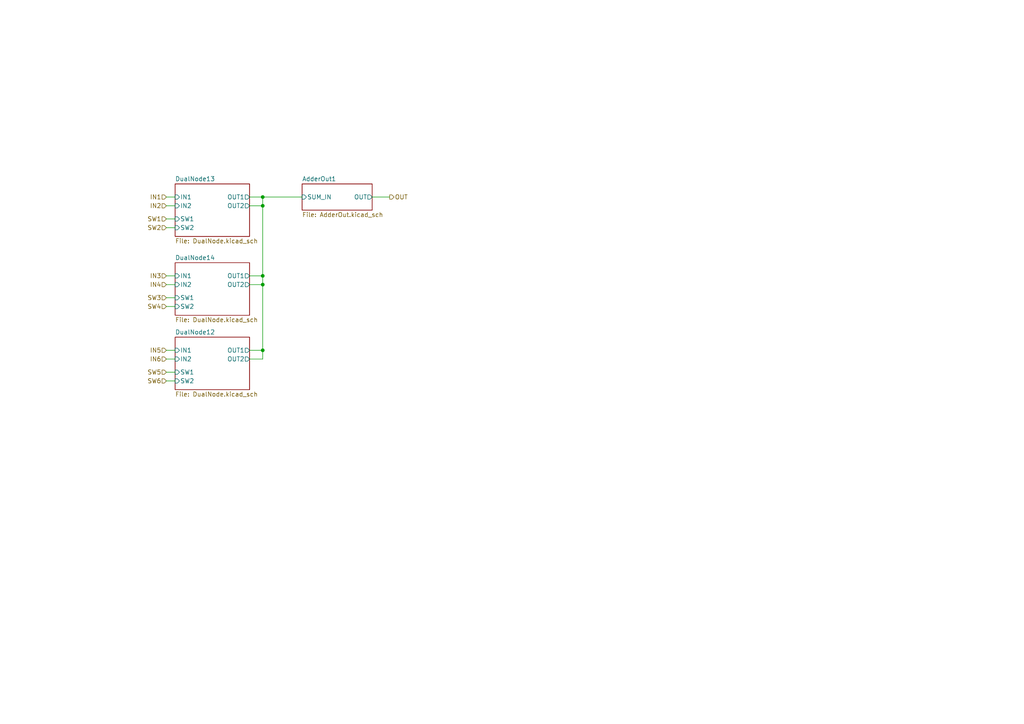
<source format=kicad_sch>
(kicad_sch (version 20221004) (generator eeschema)
  (paper "A4")
  (lib_symbols)
  (junction (at 76.2 101.6))
  (junction (at 76.2 59.69))
  (junction (at 76.2 80.01))
  (junction (at 76.2 82.55))
  (junction (at 76.2 57.15))
  (wire (pts (xy 76.2 59.69) (xy 76.2 57.15)))
  (wire (pts (xy 48.26 82.55) (xy 50.8 82.55)))
  (wire (pts (xy 48.26 63.5) (xy 50.8 63.5)))
  (wire (pts (xy 48.26 57.15) (xy 50.8 57.15)))
  (wire (pts (xy 48.26 59.69) (xy 50.8 59.69)))
  (wire (pts (xy 48.26 110.49) (xy 50.8 110.49)))
  (wire (pts (xy 48.26 101.6) (xy 50.8 101.6)))
  (wire (pts (xy 76.2 80.01) (xy 76.2 59.69)))
  (wire (pts (xy 76.2 101.6) (xy 76.2 82.55)))
  (wire (pts (xy 48.26 86.36) (xy 50.8 86.36)))
  (wire (pts (xy 72.39 104.14) (xy 76.2 104.14)))
  (wire (pts (xy 76.2 82.55) (xy 76.2 80.01)))
  (wire (pts (xy 48.26 80.01) (xy 50.8 80.01)))
  (wire (pts (xy 72.39 101.6) (xy 76.2 101.6)))
  (wire (pts (xy 76.2 57.15) (xy 87.63 57.15)))
  (wire (pts (xy 76.2 104.14) (xy 76.2 101.6)))
  (wire (pts (xy 72.39 57.15) (xy 76.2 57.15)))
  (wire (pts (xy 72.39 59.69) (xy 76.2 59.69)))
  (wire (pts (xy 107.95 57.15) (xy 113.03 57.15)))
  (wire (pts (xy 48.26 66.04) (xy 50.8 66.04)))
  (wire (pts (xy 48.26 88.9) (xy 50.8 88.9)))
  (wire (pts (xy 72.39 82.55) (xy 76.2 82.55)))
  (wire (pts (xy 72.39 80.01) (xy 76.2 80.01)))
  (wire (pts (xy 48.26 104.14) (xy 50.8 104.14)))
  (wire (pts (xy 48.26 107.95) (xy 50.8 107.95)))
  (hierarchical_label "SW1" (shape input) (at 48.26 63.5 180))
  (hierarchical_label "OUT" (shape output) (at 113.03 57.15 0))
  (hierarchical_label "SW2" (shape input) (at 48.26 66.04 180))
  (hierarchical_label "SW5" (shape input) (at 48.26 107.95 180))
  (hierarchical_label "IN1" (shape input) (at 48.26 57.15 180))
  (hierarchical_label "SW3" (shape input) (at 48.26 86.36 180))
  (hierarchical_label "IN3" (shape input) (at 48.26 80.01 180))
  (hierarchical_label "IN5" (shape input) (at 48.26 101.6 180))
  (hierarchical_label "IN2" (shape input) (at 48.26 59.69 180))
  (hierarchical_label "SW4" (shape input) (at 48.26 88.9 180))
  (hierarchical_label "SW6" (shape input) (at 48.26 110.49 180))
  (hierarchical_label "IN4" (shape input) (at 48.26 82.55 180))
  (hierarchical_label "IN6" (shape input) (at 48.26 104.14 180))
  (sheet (at 50.8 76.2) (size 21.59 15.24) (stroke (width 0.1524))
    (property "Sheetname" "DualNode14" (at 50.8 75.4884 0) (effects (justify left bottom)))
    (property "Sheetfile" "DualNode.kicad_sch" (at 50.8 92.0246 0) (effects (justify left top)))
    (pin "OUT1" output (at 72.39 80.01 0))
    (pin "OUT2" output (at 72.39 82.55 0))
    (pin "IN1" input (at 50.8 80.01 180))
    (pin "SW1" input (at 50.8 86.36 180))
    (pin "SW2" input (at 50.8 88.9 180))
    (pin "IN2" input (at 50.8 82.55 180))
  )
  (sheet (at 87.63 53.34) (size 20.32 7.62) (stroke (width 0.1524))
    (property "Sheetname" "AdderOut1" (at 87.63 52.6284 0) (effects (justify left bottom)))
    (property "Sheetfile" "AdderOut.kicad_sch" (at 87.63 61.5446 0) (effects (justify left top)))
    (pin "SUM_IN" input (at 87.63 57.15 180))
    (pin "OUT" output (at 107.95 57.15 0))
  )
  (sheet (at 50.8 53.34) (size 21.59 15.24) (stroke (width 0.1524))
    (property "Sheetname" "DualNode13" (at 50.8 52.6284 0) (effects (justify left bottom)))
    (property "Sheetfile" "DualNode.kicad_sch" (at 50.8 69.1646 0) (effects (justify left top)))
    (pin "OUT1" output (at 72.39 57.15 0))
    (pin "OUT2" output (at 72.39 59.69 0))
    (pin "IN1" input (at 50.8 57.15 180))
    (pin "SW1" input (at 50.8 63.5 180))
    (pin "SW2" input (at 50.8 66.04 180))
    (pin "IN2" input (at 50.8 59.69 180))
  )
  (sheet (at 50.8 97.79) (size 21.59 15.24) (stroke (width 0.1524))
    (property "Sheetname" "DualNode12" (at 50.8 97.0784 0) (effects (justify left bottom)))
    (property "Sheetfile" "DualNode.kicad_sch" (at 50.8 113.6146 0) (effects (justify left top)))
    (pin "OUT1" output (at 72.39 101.6 0))
    (pin "OUT2" output (at 72.39 104.14 0))
    (pin "IN1" input (at 50.8 101.6 180))
    (pin "SW1" input (at 50.8 107.95 180))
    (pin "SW2" input (at 50.8 110.49 180))
    (pin "IN2" input (at 50.8 104.14 180))
  )
)
</source>
